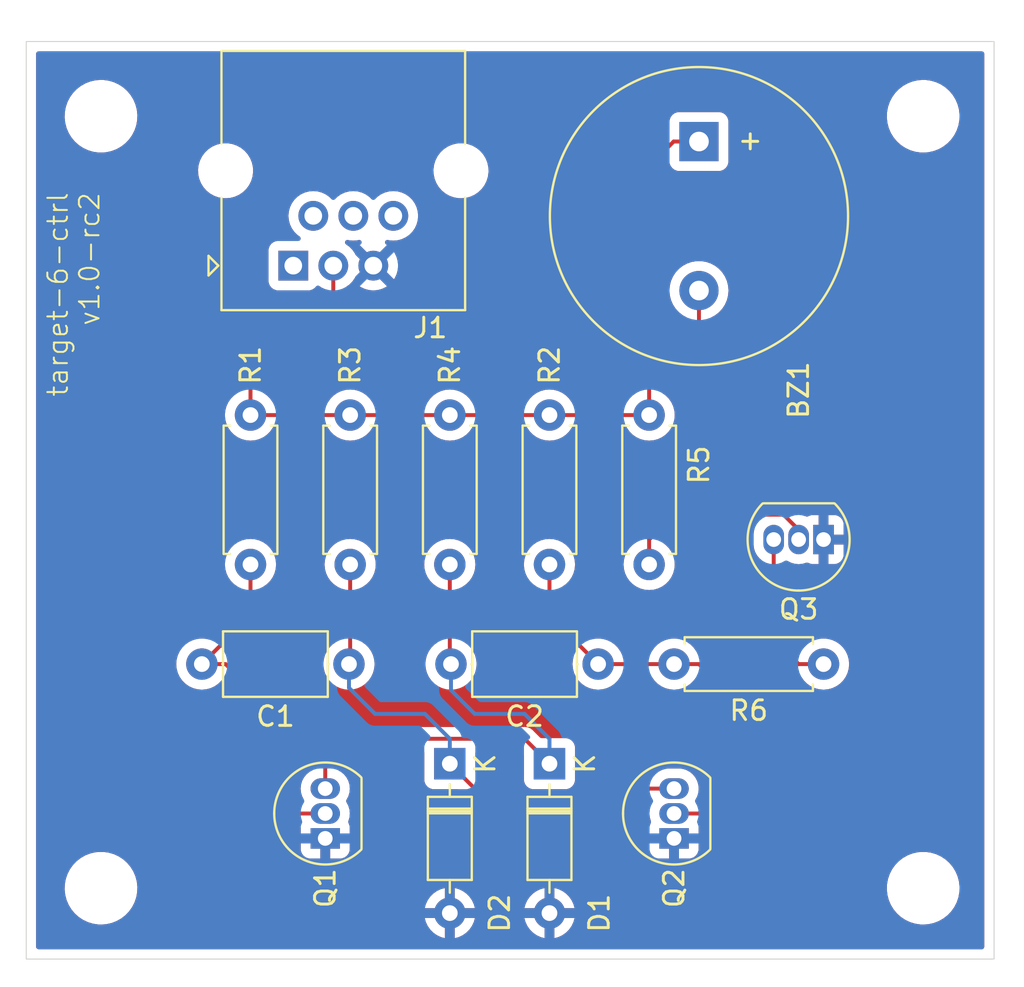
<source format=kicad_pcb>
(kicad_pcb (version 20221018) (generator pcbnew)
  (layers (0 "F.Cu" signal) (31 "B.Cu" signal) (34 "B.Paste" user) (35 "F.Paste" user) (36 "B.SilkS" user "B.Silkscreen") (37 "F.SilkS" user "F.Silkscreen") (38 "B.Mask" user) (39 "F.Mask" user) (44 "Edge.Cuts" user))
  (net 0 "")
  (net 1 "Net-(D2-K)")
  (net 2 "Net-(Q1-C)")
  (net 3 "Net-(Q2-C)")
  (net 4 "Net-(D1-K)")
  (net 5 "GND")
  (net 7 "VCC5V0")
  (net 8 "SWITCH_BUZZER")
  (net 9 "SWITCH_BUTTON")
  (net 11 "Net-(BZ1--)")
  (net 12 "Net-(Q3-B)")
  (footprint "Resistor_THT:R_Axial_DIN0207_L6.3mm_D2.5mm_P7.62mm_Horizontal" (layer "F.Cu") (at 66.04 45.72 -90)
    (fp_text reference "R2" (at -2.54 0 90) (layer "F.SilkS"))
    (fp_text value "4.7k")
    (fp_line (start 0.54 -1.37) (end 7.08 -1.37) (stroke (width 0.12)) (layer "F.SilkS"))
    (fp_line (start 0.54 -1.04) (end 0.54 -1.37) (stroke (width 0.12)) (layer "F.SilkS"))
    (fp_line (start 0.54 1.04) (end 0.54 1.37) (stroke (width 0.12)) (layer "F.SilkS"))
    (fp_line (start 0.54 1.37) (end 7.08 1.37) (stroke (width 0.12)) (layer "F.SilkS"))
    (fp_line (start 7.08 -1.37) (end 7.08 -1.04) (stroke (width 0.12)) (layer "F.SilkS"))
    (fp_line (start 7.08 1.37) (end 7.08 1.04) (stroke (width 0.12)) (layer "F.SilkS"))
    (pad "1" thru_hole circle (at 0 0 270) (size 1.6 1.6) (drill 0.8) (layers "*.Cu" "*.Mask") (net 8 "SWITCH_BUZZER"))
    (pad "2" thru_hole oval (at 7.62 0 270) (size 1.6 1.6) (drill 0.8) (layers "*.Cu" "*.Mask") (net 3 "Net-(Q2-C)"))
  )
  (footprint "MountingHole:MountingHole_3.2mm_M3" (layer "F.Cu") (at 43.18 30.48)
    (fp_text reference "H1" hide)
    (fp_text value "MountingHole")
    (pad "" np_thru_hole circle (at 0 0) (size 3.2 3.2) (drill 3.2) (layers "*.Cu" "*.Mask"))
  )
  (footprint "MountingHole:MountingHole_3.2mm_M3" (layer "F.Cu") (at 43.18 69.85)
    (fp_text reference "H2" hide)
    (fp_text value "MountingHole")
    (pad "" np_thru_hole circle (at 0 0) (size 3.2 3.2) (drill 3.2) (layers "*.Cu" "*.Mask"))
  )
  (footprint "Diode_THT:D_DO-35_SOD27_P7.62mm_Horizontal" (layer "F.Cu") (at 60.96 63.5 -90)
    (fp_text reference "D2" (at 7.62 -2.54 90) (layer "F.SilkS"))
    (fp_text value "1N4148")
    (fp_text user "K" (at 0 -1.8 90) (layer "F.SilkS"))
    (fp_line (start 1.04 0) (end 1.69 0) (stroke (width 0.12)) (layer "F.SilkS"))
    (fp_line (start 1.69 -1.12) (end 1.69 1.12) (stroke (width 0.12)) (layer "F.SilkS"))
    (fp_line (start 1.69 1.12) (end 5.93 1.12) (stroke (width 0.12)) (layer "F.SilkS"))
    (fp_line (start 2.29 -1.12) (end 2.29 1.12) (stroke (width 0.12)) (layer "F.SilkS"))
    (fp_line (start 2.41 -1.12) (end 2.41 1.12) (stroke (width 0.12)) (layer "F.SilkS"))
    (fp_line (start 2.53 -1.12) (end 2.53 1.12) (stroke (width 0.12)) (layer "F.SilkS"))
    (fp_line (start 5.93 -1.12) (end 1.69 -1.12) (stroke (width 0.12)) (layer "F.SilkS"))
    (fp_line (start 5.93 1.12) (end 5.93 -1.12) (stroke (width 0.12)) (layer "F.SilkS"))
    (fp_line (start 6.58 0) (end 5.93 0) (stroke (width 0.12)) (layer "F.SilkS"))
    (pad "1" thru_hole rect (at 0 0 270) (size 1.6 1.6) (drill 0.8) (layers "*.Cu" "*.Mask") (net 1 "Net-(D2-K)"))
    (pad "2" thru_hole oval (at 7.62 0 270) (size 1.6 1.6) (drill 0.8) (layers "*.Cu" "*.Mask") (net 5 "GND"))
  )
  (footprint "Connector_RJ:RJ25_Wayconn_MJEA-660X1_Horizontal" (layer "F.Cu") (at 52.98 38.1 180)
    (fp_text reference "J1" (at -6.985 -3.175) (layer "F.SilkS"))
    (fp_text value "RJ25")
    (fp_line (start -8.76 -2.27) (end -8.76 3.47) (stroke (width 0.12)) (layer "F.SilkS"))
    (fp_line (start -8.76 -2.27) (end 3.66 -2.27) (stroke (width 0.12)) (layer "F.SilkS"))
    (fp_line (start -8.76 6.22) (end -8.76 10.95) (stroke (width 0.12)) (layer "F.SilkS"))
    (fp_line (start -8.76 10.95) (end 3.66 10.95) (stroke (width 0.12)) (layer "F.SilkS"))
    (fp_line (start 3.66 -2.27) (end 3.66 3.47) (stroke (width 0.12)) (layer "F.SilkS"))
    (fp_line (start 3.66 6.22) (end 3.66 10.95) (stroke (width 0.12)) (layer "F.SilkS"))
    (fp_line (start 3.82 0) (end 4.32 0.5) (stroke (width 0.12)) (layer "F.SilkS"))
    (fp_line (start 4.32 -0.5) (end 3.82 0) (stroke (width 0.12)) (layer "F.SilkS"))
    (fp_line (start 4.32 -0.5) (end 4.32 0.5) (stroke (width 0.12)) (layer "F.SilkS"))
    (pad "" np_thru_hole circle (at -8.55 4.84 180) (size 2.3 2.3) (drill 2.3) (layers "*.Cu" "*.Mask"))
    (pad "" np_thru_hole circle (at 3.45 4.84 180) (size 2.3 2.3) (drill 2.3) (layers "*.Cu" "*.Mask"))
    (pad "1" thru_hole rect (at 0 0 180) (size 1.52 1.52) (drill 0.9) (layers "*.Cu" "*.Mask"))
    (pad "2" thru_hole circle (at -1.02 2.54 180) (size 1.52 1.52) (drill 0.9) (layers "*.Cu" "*.Mask") (net 7 "VCC5V0"))
    (pad "3" thru_hole circle (at -2.04 0 180) (size 1.52 1.52) (drill 0.9) (layers "*.Cu" "*.Mask") (net 8 "SWITCH_BUZZER"))
    (pad "4" thru_hole circle (at -3.06 2.54 180) (size 1.52 1.52) (drill 0.9) (layers "*.Cu" "*.Mask") (net 9 "SWITCH_BUTTON"))
    (pad "5" thru_hole circle (at -4.08 0 180) (size 1.52 1.52) (drill 0.9) (layers "*.Cu" "*.Mask") (net 5 "GND"))
    (pad "6" thru_hole circle (at -5.1 2.54 180) (size 1.52 1.52) (drill 0.9) (layers "*.Cu" "*.Mask"))
  )
  (footprint "Package_TO_SOT_THT:TO-92_Inline" (layer "F.Cu") (at 54.61 67.31 90)
    (fp_text reference "Q1" (at -2.54 0 90) (layer "F.SilkS"))
    (fp_text value "2SC1815")
    (fp_line (start -0.53 1.85) (end 3.07 1.85) (stroke (width 0.12)) (layer "F.SilkS"))
    (fp_arc (start -0.568478 1.838478) (mid -1.132087 -0.994977) (end 1.27 -2.6) (stroke (width 0.12)) (layer "F.SilkS"))
    (fp_arc (start 1.27 -2.6) (mid 3.672087 -0.994977) (end 3.108478 1.838478) (stroke (width 0.12)) (layer "F.SilkS"))
    (pad "1" thru_hole rect (at 0 0 90) (size 1.05 1.5) (drill 0.75) (layers "*.Cu" "*.Mask") (net 5 "GND"))
    (pad "2" thru_hole oval (at 1.27 0 90) (size 1.05 1.5) (drill 0.75) (layers "*.Cu" "*.Mask") (net 2 "Net-(Q1-C)"))
    (pad "3" thru_hole oval (at 2.54 0 90) (size 1.05 1.5) (drill 0.75) (layers "*.Cu" "*.Mask") (net 4 "Net-(D1-K)"))
  )
  (footprint "Package_TO_SOT_THT:TO-92_Inline" (layer "F.Cu") (at 72.39 67.31 90)
    (fp_text reference "Q2" (at -2.54 0 90) (layer "F.SilkS"))
    (fp_text value "2SC1815")
    (fp_line (start -0.53 1.85) (end 3.07 1.85) (stroke (width 0.12)) (layer "F.SilkS"))
    (fp_arc (start -0.568478 1.838478) (mid -1.132087 -0.994977) (end 1.27 -2.6) (stroke (width 0.12)) (layer "F.SilkS"))
    (fp_arc (start 1.27 -2.6) (mid 3.672087 -0.994977) (end 3.108478 1.838478) (stroke (width 0.12)) (layer "F.SilkS"))
    (pad "1" thru_hole rect (at 0 0 90) (size 1.05 1.5) (drill 0.75) (layers "*.Cu" "*.Mask") (net 5 "GND"))
    (pad "2" thru_hole oval (at 1.27 0 90) (size 1.05 1.5) (drill 0.75) (layers "*.Cu" "*.Mask") (net 3 "Net-(Q2-C)"))
    (pad "3" thru_hole oval (at 2.54 0 90) (size 1.05 1.5) (drill 0.75) (layers "*.Cu" "*.Mask") (net 1 "Net-(D2-K)"))
  )
  (footprint "Buzzer_Beeper:Buzzer_15x7.5RM7.6" (layer "F.Cu") (at 73.66 31.77 -90)
    (fp_text reference "BZ1" (at 12.68 -5.08 90) (layer "F.SilkS"))
    (fp_text value "Buzzer")
    (fp_text user "+" (at -0.01 -2.54 90) (layer "F.SilkS"))
    (fp_circle (center 3.8 0) (end 11.4 0) (stroke (width 0.12)) (fill none) (layer "F.SilkS"))
    (pad "1" thru_hole rect (at 0 0 270) (size 2 2) (drill 1) (layers "*.Cu" "*.Mask") (net 8 "SWITCH_BUZZER"))
    (pad "2" thru_hole circle (at 7.6 0 270) (size 2 2) (drill 1) (layers "*.Cu" "*.Mask") (net 11 "Net-(BZ1--)"))
  )
  (footprint "Capacitor_THT:C_Axial_L5.1mm_D3.1mm_P7.50mm_Horizontal" (layer "F.Cu") (at 68.52 58.42 180)
    (fp_text reference "C2" (at 3.75 -2.67) (layer "F.SilkS"))
    (fp_text value "0.033u")
    (fp_line (start 1.04 0) (end 1.08 0) (stroke (width 0.12)) (layer "F.SilkS"))
    (fp_line (start 1.08 -1.67) (end 1.08 1.67) (stroke (width 0.12)) (layer "F.SilkS"))
    (fp_line (start 1.08 1.67) (end 6.42 1.67) (stroke (width 0.12)) (layer "F.SilkS"))
    (fp_line (start 6.42 -1.67) (end 1.08 -1.67) (stroke (width 0.12)) (layer "F.SilkS"))
    (fp_line (start 6.42 1.67) (end 6.42 -1.67) (stroke (width 0.12)) (layer "F.SilkS"))
    (fp_line (start 6.46 0) (end 6.42 0) (stroke (width 0.12)) (layer "F.SilkS"))
    (pad "1" thru_hole circle (at 0 0 180) (size 1.6 1.6) (drill 0.8) (layers "*.Cu" "*.Mask") (net 3 "Net-(Q2-C)"))
    (pad "2" thru_hole oval (at 7.5 0 180) (size 1.6 1.6) (drill 0.8) (layers "*.Cu" "*.Mask") (net 4 "Net-(D1-K)"))
  )
  (footprint "Capacitor_THT:C_Axial_L5.1mm_D3.1mm_P7.50mm_Horizontal" (layer "F.Cu") (at 55.82 58.42 180)
    (fp_text reference "C1" (at 3.75 -2.67) (layer "F.SilkS"))
    (fp_text value "0.033u")
    (fp_line (start 1.04 0) (end 1.08 0) (stroke (width 0.12)) (layer "F.SilkS"))
    (fp_line (start 1.08 -1.67) (end 1.08 1.67) (stroke (width 0.12)) (layer "F.SilkS"))
    (fp_line (start 1.08 1.67) (end 6.42 1.67) (stroke (width 0.12)) (layer "F.SilkS"))
    (fp_line (start 6.42 -1.67) (end 1.08 -1.67) (stroke (width 0.12)) (layer "F.SilkS"))
    (fp_line (start 6.42 1.67) (end 6.42 -1.67) (stroke (width 0.12)) (layer "F.SilkS"))
    (fp_line (start 6.46 0) (end 6.42 0) (stroke (width 0.12)) (layer "F.SilkS"))
    (pad "1" thru_hole circle (at 0 0 180) (size 1.6 1.6) (drill 0.8) (layers "*.Cu" "*.Mask") (net 1 "Net-(D2-K)"))
    (pad "2" thru_hole oval (at 7.5 0 180) (size 1.6 1.6) (drill 0.8) (layers "*.Cu" "*.Mask") (net 2 "Net-(Q1-C)"))
  )
  (footprint "Resistor_THT:R_Axial_DIN0207_L6.3mm_D2.5mm_P7.62mm_Horizontal" (layer "F.Cu") (at 55.88 45.72 -90)
    (fp_text reference "R3" (at -2.54 0 90) (layer "F.SilkS"))
    (fp_text value "47k")
    (fp_line (start 0.54 -1.37) (end 7.08 -1.37) (stroke (width 0.12)) (layer "F.SilkS"))
    (fp_line (start 0.54 -1.04) (end 0.54 -1.37) (stroke (width 0.12)) (layer "F.SilkS"))
    (fp_line (start 0.54 1.04) (end 0.54 1.37) (stroke (width 0.12)) (layer "F.SilkS"))
    (fp_line (start 0.54 1.37) (end 7.08 1.37) (stroke (width 0.12)) (layer "F.SilkS"))
    (fp_line (start 7.08 -1.37) (end 7.08 -1.04) (stroke (width 0.12)) (layer "F.SilkS"))
    (fp_line (start 7.08 1.37) (end 7.08 1.04) (stroke (width 0.12)) (layer "F.SilkS"))
    (pad "1" thru_hole circle (at 0 0 270) (size 1.6 1.6) (drill 0.8) (layers "*.Cu" "*.Mask") (net 8 "SWITCH_BUZZER"))
    (pad "2" thru_hole oval (at 7.62 0 270) (size 1.6 1.6) (drill 0.8) (layers "*.Cu" "*.Mask") (net 1 "Net-(D2-K)"))
  )
  (footprint "MountingHole:MountingHole_3.2mm_M3" (layer "F.Cu") (at 85.09 30.48)
    (fp_text reference "H3" hide)
    (fp_text value "MountingHole")
    (pad "" np_thru_hole circle (at 0 0) (size 3.2 3.2) (drill 3.2) (layers "*.Cu" "*.Mask"))
  )
  (footprint "Resistor_THT:R_Axial_DIN0207_L6.3mm_D2.5mm_P7.62mm_Horizontal" (layer "F.Cu") (at 60.96 45.72 -90)
    (fp_text reference "R4" (at -2.54 0 90) (layer "F.SilkS"))
    (fp_text value "47k")
    (fp_line (start 0.54 -1.37) (end 7.08 -1.37) (stroke (width 0.12)) (layer "F.SilkS"))
    (fp_line (start 0.54 -1.04) (end 0.54 -1.37) (stroke (width 0.12)) (layer "F.SilkS"))
    (fp_line (start 0.54 1.04) (end 0.54 1.37) (stroke (width 0.12)) (layer "F.SilkS"))
    (fp_line (start 0.54 1.37) (end 7.08 1.37) (stroke (width 0.12)) (layer "F.SilkS"))
    (fp_line (start 7.08 -1.37) (end 7.08 -1.04) (stroke (width 0.12)) (layer "F.SilkS"))
    (fp_line (start 7.08 1.37) (end 7.08 1.04) (stroke (width 0.12)) (layer "F.SilkS"))
    (pad "1" thru_hole circle (at 0 0 270) (size 1.6 1.6) (drill 0.8) (layers "*.Cu" "*.Mask") (net 8 "SWITCH_BUZZER"))
    (pad "2" thru_hole oval (at 7.62 0 270) (size 1.6 1.6) (drill 0.8) (layers "*.Cu" "*.Mask") (net 4 "Net-(D1-K)"))
  )
  (footprint "Resistor_THT:R_Axial_DIN0207_L6.3mm_D2.5mm_P7.62mm_Horizontal" (layer "F.Cu") (at 80.01 58.42 180)
    (fp_text reference "R6" (at 3.81 -2.37) (layer "F.SilkS"))
    (fp_text value "1k")
    (fp_line (start 0.54 -1.37) (end 7.08 -1.37) (stroke (width 0.12)) (layer "F.SilkS"))
    (fp_line (start 0.54 -1.04) (end 0.54 -1.37) (stroke (width 0.12)) (layer "F.SilkS"))
    (fp_line (start 0.54 1.04) (end 0.54 1.37) (stroke (width 0.12)) (layer "F.SilkS"))
    (fp_line (start 0.54 1.37) (end 7.08 1.37) (stroke (width 0.12)) (layer "F.SilkS"))
    (fp_line (start 7.08 -1.37) (end 7.08 -1.04) (stroke (width 0.12)) (layer "F.SilkS"))
    (fp_line (start 7.08 1.37) (end 7.08 1.04) (stroke (width 0.12)) (layer "F.SilkS"))
    (pad "1" thru_hole circle (at 0 0 180) (size 1.6 1.6) (drill 0.8) (layers "*.Cu" "*.Mask") (net 12 "Net-(Q3-B)"))
    (pad "2" thru_hole oval (at 7.62 0 180) (size 1.6 1.6) (drill 0.8) (layers "*.Cu" "*.Mask") (net 3 "Net-(Q2-C)"))
  )
  (footprint "MountingHole:MountingHole_3.2mm_M3" (layer "F.Cu") (at 85.09 69.85)
    (fp_text reference "H4" hide)
    (fp_text value "MountingHole")
    (pad "" np_thru_hole circle (at 0 0) (size 3.2 3.2) (drill 3.2) (layers "*.Cu" "*.Mask"))
  )
  (footprint "Resistor_THT:R_Axial_DIN0207_L6.3mm_D2.5mm_P7.62mm_Horizontal" (layer "F.Cu") (at 71.12 45.72 -90)
    (fp_text reference "R5" (at 2.54 -2.54 90) (layer "F.SilkS"))
    (fp_text value "1k")
    (fp_line (start 0.54 -1.37) (end 7.08 -1.37) (stroke (width 0.12)) (layer "F.SilkS"))
    (fp_line (start 0.54 -1.04) (end 0.54 -1.37) (stroke (width 0.12)) (layer "F.SilkS"))
    (fp_line (start 0.54 1.04) (end 0.54 1.37) (stroke (width 0.12)) (layer "F.SilkS"))
    (fp_line (start 0.54 1.37) (end 7.08 1.37) (stroke (width 0.12)) (layer "F.SilkS"))
    (fp_line (start 7.08 -1.37) (end 7.08 -1.04) (stroke (width 0.12)) (layer "F.SilkS"))
    (fp_line (start 7.08 1.37) (end 7.08 1.04) (stroke (width 0.12)) (layer "F.SilkS"))
    (pad "1" thru_hole circle (at 0 0 270) (size 1.6 1.6) (drill 0.8) (layers "*.Cu" "*.Mask") (net 8 "SWITCH_BUZZER"))
    (pad "2" thru_hole oval (at 7.62 0 270) (size 1.6 1.6) (drill 0.8) (layers "*.Cu" "*.Mask") (net 11 "Net-(BZ1--)"))
  )
  (footprint "Diode_THT:D_DO-35_SOD27_P7.62mm_Horizontal" (layer "F.Cu") (at 66.04 63.5 -90)
    (fp_text reference "D1" (at 7.62 -2.54 90) (layer "F.SilkS"))
    (fp_text value "1N4148")
    (fp_text user "K" (at 0 -1.8 90) (layer "F.SilkS"))
    (fp_line (start 1.04 0) (end 1.69 0) (stroke (width 0.12)) (layer "F.SilkS"))
    (fp_line (start 1.69 -1.12) (end 1.69 1.12) (stroke (width 0.12)) (layer "F.SilkS"))
    (fp_line (start 1.69 1.12) (end 5.93 1.12) (stroke (width 0.12)) (layer "F.SilkS"))
    (fp_line (start 2.29 -1.12) (end 2.29 1.12) (stroke (width 0.12)) (layer "F.SilkS"))
    (fp_line (start 2.41 -1.12) (end 2.41 1.12) (stroke (width 0.12)) (layer "F.SilkS"))
    (fp_line (start 2.53 -1.12) (end 2.53 1.12) (stroke (width 0.12)) (layer "F.SilkS"))
    (fp_line (start 5.93 -1.12) (end 1.69 -1.12) (stroke (width 0.12)) (layer "F.SilkS"))
    (fp_line (start 5.93 1.12) (end 5.93 -1.12) (stroke (width 0.12)) (layer "F.SilkS"))
    (fp_line (start 6.58 0) (end 5.93 0) (stroke (width 0.12)) (layer "F.SilkS"))
    (pad "1" thru_hole rect (at 0 0 270) (size 1.6 1.6) (drill 0.8) (layers "*.Cu" "*.Mask") (net 4 "Net-(D1-K)"))
    (pad "2" thru_hole oval (at 7.62 0 270) (size 1.6 1.6) (drill 0.8) (layers "*.Cu" "*.Mask") (net 5 "GND"))
  )
  (footprint "Package_TO_SOT_THT:TO-92_Inline" (layer "F.Cu") (at 80.01 52.07 180)
    (fp_text reference "Q3" (at 1.27 -3.56) (layer "F.SilkS"))
    (fp_text value "2SC1815")
    (fp_line (start -0.53 1.85) (end 3.07 1.85) (stroke (width 0.12)) (layer "F.SilkS"))
    (fp_arc (start -0.568478 1.838478) (mid -1.132087 -0.994977) (end 1.27 -2.6) (stroke (width 0.12)) (layer "F.SilkS"))
    (fp_arc (start 1.27 -2.6) (mid 3.672087 -0.994977) (end 3.108478 1.838478) (stroke (width 0.12)) (layer "F.SilkS"))
    (pad "1" thru_hole rect (at 0 0 180) (size 1.05 1.5) (drill 0.75) (layers "*.Cu" "*.Mask") (net 5 "GND"))
    (pad "2" thru_hole oval (at 1.27 0 180) (size 1.05 1.5) (drill 0.75) (layers "*.Cu" "*.Mask") (net 11 "Net-(BZ1--)"))
    (pad "3" thru_hole oval (at 2.54 0 180) (size 1.05 1.5) (drill 0.75) (layers "*.Cu" "*.Mask") (net 12 "Net-(Q3-B)"))
  )
  (footprint "Resistor_THT:R_Axial_DIN0207_L6.3mm_D2.5mm_P7.62mm_Horizontal" (layer "F.Cu") (at 50.8 45.72 -90)
    (fp_text reference "R1" (at -2.54 0 90) (layer "F.SilkS"))
    (fp_text value "4.7k")
    (fp_line (start 0.54 -1.37) (end 7.08 -1.37) (stroke (width 0.12)) (layer "F.SilkS"))
    (fp_line (start 0.54 -1.04) (end 0.54 -1.37) (stroke (width 0.12)) (layer "F.SilkS"))
    (fp_line (start 0.54 1.04) (end 0.54 1.37) (stroke (width 0.12)) (layer "F.SilkS"))
    (fp_line (start 0.54 1.37) (end 7.08 1.37) (stroke (width 0.12)) (layer "F.SilkS"))
    (fp_line (start 7.08 -1.37) (end 7.08 -1.04) (stroke (width 0.12)) (layer "F.SilkS"))
    (fp_line (start 7.08 1.37) (end 7.08 1.04) (stroke (width 0.12)) (layer "F.SilkS"))
    (pad "1" thru_hole circle (at 0 0 270) (size 1.6 1.6) (drill 0.8) (layers "*.Cu" "*.Mask") (net 8 "SWITCH_BUZZER"))
    (pad "2" thru_hole oval (at 7.62 0 270) (size 1.6 1.6) (drill 0.8) (layers "*.Cu" "*.Mask") (net 2 "Net-(Q1-C)"))
  )
  (gr_rect (start 39.37 26.67) (end 88.703354 73.463354) (stroke (width 0.05)) (fill none) (layer "Edge.Cuts"))
  (gr_text "target-6-ctrl\nv1.0-rc2" (at 43.18 34.29 90) (layer "F.SilkS") (effects (font (size 1 1) (thickness 0.1)) (justify right bottom)))
  (segment (start 69.85 66.04) (end 63.5 66.04) (width 0.2) (layer "F.Cu") (net 1))
  (segment (start 55.88 53.34) (end 55.88 58.36) (width 0.2) (layer "F.Cu") (net 1))
  (segment (start 72.39 64.77) (end 71.12 64.77) (width 0.2) (layer "F.Cu") (net 1))
  (segment (start 71.12 64.77) (end 69.85 66.04) (width 0.2) (layer "F.Cu") (net 1))
  (segment (start 63.5 66.04) (end 60.96 63.5) (width 0.2) (layer "F.Cu") (net 1))
  (segment (start 55.88 58.36) (end 55.82 58.42) (width 0.2) (layer "F.Cu") (net 1))
  (segment (start 55.82 58.42) (end 55.82 59.63) (width 0.2) (layer "B.Cu") (net 1))
  (segment (start 57.15 60.96) (end 59.69 60.96) (width 0.2) (layer "B.Cu") (net 1))
  (segment (start 60.96 62.23) (end 60.96 63.5) (width 0.2) (layer "B.Cu") (net 1))
  (segment (start 55.82 59.63) (end 57.15 60.96) (width 0.2) (layer "B.Cu") (net 1))
  (segment (start 59.69 60.96) (end 60.96 62.23) (width 0.2) (layer "B.Cu") (net 1))
  (segment (start 50.8 55.94) (end 48.32 58.42) (width 0.2) (layer "F.Cu") (net 2))
  (segment (start 50.8 64.77) (end 52.07 66.04) (width 0.2) (layer "F.Cu") (net 2))
  (segment (start 48.32 58.42) (end 49.53 58.42) (width 0.2) (layer "F.Cu") (net 2))
  (segment (start 49.53 58.42) (end 50.8 59.69) (width 0.2) (layer "F.Cu") (net 2))
  (segment (start 50.8 59.69) (end 50.8 64.77) (width 0.2) (layer "F.Cu") (net 2))
  (segment (start 50.8 53.34) (end 50.8 55.94) (width 0.2) (layer "F.Cu") (net 2))
  (segment (start 52.07 66.04) (end 54.61 66.04) (width 0.2) (layer "F.Cu") (net 2))
  (segment (start 74.93 64.77) (end 73.66 66.04) (width 0.2) (layer "F.Cu") (net 3))
  (segment (start 66.04 55.94) (end 68.52 58.42) (width 0.2) (layer "F.Cu") (net 3))
  (segment (start 73.66 58.42) (end 74.93 59.69) (width 0.2) (layer "F.Cu") (net 3))
  (segment (start 74.93 59.69) (end 74.93 64.77) (width 0.2) (layer "F.Cu") (net 3))
  (segment (start 72.39 58.42) (end 73.66 58.42) (width 0.2) (layer "F.Cu") (net 3))
  (segment (start 66.04 53.34) (end 66.04 55.94) (width 0.2) (layer "F.Cu") (net 3))
  (segment (start 73.66 66.04) (end 72.39 66.04) (width 0.2) (layer "F.Cu") (net 3))
  (segment (start 68.52 58.42) (end 72.39 58.42) (width 0.2) (layer "F.Cu") (net 3))
  (segment (start 55.88 62.23) (end 64.77 62.23) (width 0.2) (layer "F.Cu") (net 4))
  (segment (start 60.96 58.36) (end 61.02 58.42) (width 0.2) (layer "F.Cu") (net 4))
  (segment (start 64.77 62.23) (end 66.04 63.5) (width 0.2) (layer "F.Cu") (net 4))
  (segment (start 54.61 63.5) (end 55.88 62.23) (width 0.2) (layer "F.Cu") (net 4))
  (segment (start 54.61 64.77) (end 54.61 63.5) (width 0.2) (layer "F.Cu") (net 4))
  (segment (start 60.96 53.34) (end 60.96 58.36) (width 0.2) (layer "F.Cu") (net 4))
  (segment (start 61.02 59.75) (end 62.23 60.96) (width 0.2) (layer "B.Cu") (net 4))
  (segment (start 61.02 58.42) (end 61.02 59.75) (width 0.2) (layer "B.Cu") (net 4))
  (segment (start 66.04 62.23) (end 66.04 63.5) (width 0.2) (layer "B.Cu") (net 4))
  (segment (start 64.77 60.96) (end 66.04 62.23) (width 0.2) (layer "B.Cu") (net 4))
  (segment (start 62.23 60.96) (end 64.77 60.96) (width 0.2) (layer "B.Cu") (net 4))
  (segment (start 72.37 31.77) (end 73.66 31.77) (width 0.2) (layer "F.Cu") (net 8))
  (segment (start 71.12 45.72) (end 71.12 33.02) (width 0.2) (layer "F.Cu") (net 8))
  (segment (start 52.07 41.91) (end 50.8 43.18) (width 0.2) (layer "F.Cu") (net 8))
  (segment (start 60.96 45.72) (end 66.04 45.72) (width 0.2) (layer "F.Cu") (net 8))
  (segment (start 54.61 41.91) (end 52.07 41.91) (width 0.2) (layer "F.Cu") (net 8))
  (segment (start 55.02 41.5) (end 54.61 41.91) (width 0.2) (layer "F.Cu") (net 8))
  (segment (start 50.8 43.18) (end 50.8 45.72) (width 0.2) (layer "F.Cu") (net 8))
  (segment (start 50.8 45.72) (end 55.88 45.72) (width 0.2) (layer "F.Cu") (net 8))
  (segment (start 55.02 38.1) (end 55.02 41.5) (width 0.2) (layer "F.Cu") (net 8))
  (segment (start 71.12 33.02) (end 72.37 31.77) (width 0.2) (layer "F.Cu") (net 8))
  (segment (start 55.88 45.72) (end 60.96 45.72) (width 0.2) (layer "F.Cu") (net 8))
  (segment (start 66.04 45.72) (end 71.12 45.72) (width 0.2) (layer "F.Cu") (net 8))
  (segment (start 77.97 50.8) (end 78.74 51.57) (width 0.2) (layer "F.Cu") (net 11))
  (segment (start 78.74 51.57) (end 78.74 52.07) (width 0.2) (layer "F.Cu") (net 11))
  (segment (start 71.12 52.07) (end 72.39 50.8) (width 0.2) (layer "F.Cu") (net 11))
  (segment (start 72.39 50.8) (end 77.97 50.8) (width 0.2) (layer "F.Cu") (net 11))
  (segment (start 73.66 49.53) (end 73.66 39.37) (width 0.2) (layer "F.Cu") (net 11))
  (segment (start 72.39 50.8) (end 73.66 49.53) (width 0.2) (layer "F.Cu") (net 11))
  (segment (start 71.12 53.34) (end 71.12 52.07) (width 0.2) (layer "F.Cu") (net 11))
  (segment (start 78.74 58.42) (end 80.01 58.42) (width 0.2) (layer "F.Cu") (net 12))
  (segment (start 77.47 52.07) (end 77.47 57.15) (width 0.2) (layer "F.Cu") (net 12))
  (segment (start 77.47 57.15) (end 78.74 58.42) (width 0.2) (layer "F.Cu") (net 12))
  (zone (net 5) (net_name "GND") (layer "F.Cu") (connect_pads (clearance 0.5)) (min_thickness 0.25) (fill yes (thermal_gap 0.5) (thermal_bridge_width 0.5))
    (polygon (pts (xy 39.37 26.67) (xy 39.37 73.66) (xy 90.17 73.66) (xy 90.17 26.67)))
  )
  (zone (net 5) (net_name "GND") (layer "B.Cu") (priority 1) (connect_pads (clearance 0.5)) (min_thickness 0.25) (fill yes (thermal_gap 0.5) (thermal_bridge_width 0.5))
    (polygon (pts (xy 39.37 26.67) (xy 39.37 73.66) (xy 90.17 73.66) (xy 90.17 26.67)))
  )
)
</source>
